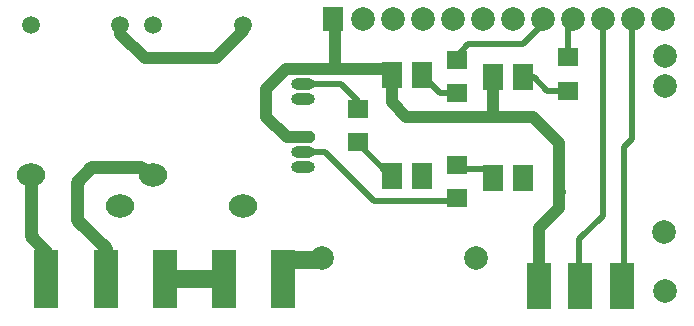
<source format=gbr>
G04 DipTrace 3.3.1.3*
G04 Top.gbr*
%MOMM*%
G04 #@! TF.FileFunction,Copper,L1,Top*
G04 #@! TF.Part,Single*
%AMOUTLINE0*
4,1,20,
1.2,0.0,
1.14127,-0.30902,
0.97082,-0.58779,
0.70534,-0.80902,
0.37082,-0.95106,
0.0,-1.0,
-0.37082,-0.95106,
-0.70534,-0.80902,
-0.97082,-0.58779,
-1.14127,-0.30902,
-1.2,0.0,
-1.14127,0.30902,
-0.97082,0.58779,
-0.70534,0.80902,
-0.37082,0.95106,
0.0,1.0,
0.37082,0.95106,
0.70534,0.80902,
0.97082,0.58779,
1.14127,0.30902,
1.2,0.0,
0*%
%AMOUTLINE3*
4,1,8,
-0.75,0.5,
-1.0,0.25,
-1.0,-0.25,
-0.75,-0.5,
0.75,-0.5,
1.0,-0.25,
1.0,0.25,
0.75,0.5,
-0.75,0.5,
0*%
G04 #@! TA.AperFunction,ComponentPad*
%ADD14C,1.5*%
G04 #@! TA.AperFunction,Conductor*
%ADD15C,1.1*%
%ADD16C,0.5*%
%ADD17C,1.0*%
G04 #@! TA.AperFunction,ComponentPad*
%ADD18C,2.0*%
%ADD19C,2.0*%
%ADD20R,1.7X2.0*%
%ADD21R,1.7X2.2*%
%ADD22R,1.8X1.6*%
G04 #@! TA.AperFunction,ComponentPad*
%ADD23O,2.0X1.0*%
%ADD25R,2.0X4.0*%
%ADD26R,2.0X5.0*%
G04 #@! TA.AperFunction,ViaPad*
%ADD27C,1.3*%
%ADD28C,1.016*%
G04 #@! TA.AperFunction,ComponentPad*
%ADD59OUTLINE0*%
%ADD62OUTLINE3*%
%FSLAX35Y35*%
G04*
G71*
G90*
G75*
G01*
G04 Top*
%LPD*%
X402627Y-3217027D2*
D15*
X359277D1*
X296153Y-3153903D1*
X-122977D1*
X-242757Y-3273683D1*
Y-3598293D1*
X-3260Y-3837790D1*
Y-4101533D1*
X-636780Y-3221190D2*
Y-3735720D1*
X-503260Y-3869240D1*
Y-4101533D1*
X2132487Y-2936610D2*
D16*
Y-2949360D1*
X2405320Y-3222193D1*
X2420980D1*
X2969360Y-3129870D2*
Y-3167940D1*
X3275427D1*
Y-3240013D1*
X1669773Y-2319910D2*
D17*
X1527310D1*
X1359310Y-2487910D1*
Y-2727977D1*
X1530587Y-2899253D1*
X1669773D1*
Y-2319910D2*
X1936907D1*
X2420980D1*
Y-2602517D1*
X2544090Y-2725627D1*
X3275427D1*
Y-2390013D1*
X2420980Y-2372193D2*
Y-2319910D1*
X3275427Y-2725627D2*
X3613290D1*
X3836777Y-2949113D1*
Y-3359607D1*
Y-3499157D1*
X3666147Y-3669787D1*
Y-4154993D1*
X1918897Y-1896997D2*
X1936907D1*
Y-2319910D1*
X3840533Y-3359607D2*
X3836777D1*
X3840533D2*
D16*
X3836777D1*
X2674980Y-3222193D2*
D17*
X2672540Y-3224633D1*
Y-3226673D1*
X3517590Y-3247557D2*
X3525133Y-3240013D1*
X3529427D1*
X123220Y-1951190D2*
Y-2023767D1*
X327883Y-2228430D1*
X929313D1*
X1162627Y-1995117D1*
Y-1947027D1*
X1669773Y-3026253D2*
D16*
X1858557D1*
X2268983Y-3436680D1*
X2942550D1*
X2969360Y-3409870D1*
X1669773Y-2446910D2*
X1990190D1*
X2132487Y-2589207D1*
Y-2656610D1*
X3529427Y-2390013D2*
X3626220D1*
X3738303Y-2502097D1*
X3914113D1*
X2674980Y-2372193D2*
X2829670Y-2526883D1*
X2968343D1*
X3950897Y-1896997D2*
X3914113Y-1933780D1*
Y-2222097D1*
X3696897Y-1896997D2*
Y-1941937D1*
X3530570Y-2108263D1*
X3066100D1*
X2968343Y-2206023D1*
Y-2246883D1*
X4016147Y-4154993D2*
X4009680Y-4148527D1*
Y-3762983D1*
X4204897Y-3567767D1*
Y-1896997D1*
X4366147Y-4154993D2*
X4383710Y-4137430D1*
Y-2979307D1*
X4450427Y-2912593D1*
Y-1888527D1*
X4458897Y-1896997D1*
X982106Y-4106196D2*
D14*
X977443Y-4101533D1*
X496740D1*
X982106Y-4106196D2*
Y-4101533D1*
X996740D1*
X1832913Y-3919347D2*
Y-3937213D1*
X1496740D1*
Y-4101533D1*
D27*
X2672540Y-3226673D3*
X3517590Y-3247557D3*
D28*
X3840533Y-3359607D3*
D18*
X3129780Y-3919347D3*
X1832913D3*
D19*
X4737267Y-2210713D3*
Y-2460713D3*
Y-4200713D3*
X4727267Y-3700713D3*
D59*
X402627Y-3217027D3*
X1162627Y-3477027D3*
D14*
Y-1947027D3*
X402627D3*
D59*
X-636780Y-3221190D3*
X123220Y-3481190D3*
D14*
Y-1951190D3*
X-636780D3*
D20*
X1918897Y-1896997D3*
D18*
X2172897D3*
X2426897D3*
X2680897D3*
X2934897D3*
X3188897D3*
X3442897D3*
X3696897D3*
X3950897D3*
X4204897D3*
X4458897D3*
X4712897D3*
D21*
X2674980Y-2372193D3*
X2420980D3*
Y-3222193D3*
X2674980D3*
X3529427Y-2390013D3*
X3275427D3*
Y-3240013D3*
X3529427D3*
D22*
X2968343Y-2246883D3*
Y-2526883D3*
X3914113Y-2222097D3*
Y-2502097D3*
D62*
X1669773Y-2319910D3*
D23*
Y-2446910D3*
Y-2573910D3*
D62*
Y-2899253D3*
D23*
Y-3026253D3*
Y-3153253D3*
D22*
X2132487Y-2656610D3*
Y-2936610D3*
X2969360Y-3409870D3*
Y-3129870D3*
D25*
X3666147Y-4154993D3*
X4016147D3*
X4366147D3*
D26*
X-503260Y-4101533D3*
X-3260D3*
X496740D3*
X996740D3*
X1496740D3*
D14*
X982106Y-4106196D3*
G36*
X3646157Y-4354993D2*
X3656237D1*
D1*
X3646157D1*
G37*
G36*
X476720Y-4351533D2*
X486840D1*
D1*
X476720D1*
G37*
M02*

</source>
